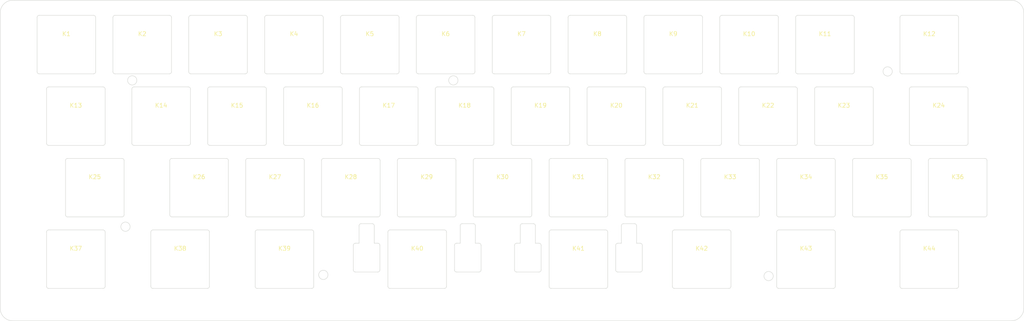
<source format=kicad_pcb>
(kicad_pcb (version 20211014) (generator pcbnew)
  (layers (0 "F.Cu" signal) (31 "B.Cu" signal) (34 "B.Paste" user) (35 "F.Paste" user) (36 "B.SilkS" user "B.Silkscreen") (37 "F.SilkS" user "F.Silkscreen") (38 "B.Mask" user) (39 "F.Mask" user) (44 "Edge.Cuts" user))
  (net 0 "")
  (footprint "Kailh_Choc_Cutout:Kailh Choc Standard Cutout" (layer "F.Cu") (at 115.695 60.55)
    (fp_text reference "K1" (at 0 -2.55 unlocked) (layer "F.SilkS"))
    (fp_text value "KEYSW" hide)
    (fp_line (start 6.95 6.45) (end 6.95 -6.45) (layer "Edge.Cuts") (width 0.1))
    (fp_line (start -6.95 -6.45) (end -6.95 6.45) (layer "Edge.Cuts") (width 0.1))
    (fp_line (start -6.45 6.95) (end 6.45 6.95) (layer "Edge.Cuts") (width 0.1))
    (fp_line (start 6.45 -6.95) (end -6.45 -6.95) (layer "Edge.Cuts") (width 0.1))
    (fp_arc (start -6.95 -6.45) (mid -6.803553 -6.803553) (end -6.45 -6.95) (layer "Edge.Cuts") (width 0.1))
    (fp_arc (start 6.95 6.45) (mid 6.803553 6.803553) (end 6.45 6.95) (layer "Edge.Cuts") (width 0.1))
    (fp_arc (start -6.45 6.95) (mid -6.803553 6.803553) (end -6.95 6.45) (layer "Edge.Cuts") (width 0.1))
    (fp_arc (start 6.45 -6.95) (mid 6.803553 -6.803553) (end 6.95 -6.45) (layer "Edge.Cuts") (width 0.1))
  )
  (footprint "Kailh_Choc_Cutout:Kailh Choc Standard Cutout" (layer "F.Cu") (at 291.195 94.55)
    (fp_text reference "K34" (at 0 -2.55 unlocked) (layer "F.SilkS"))
    (fp_text value "KEYSW" hide)
    (fp_line (start 6.45 -6.95) (end -6.45 -6.95) (layer "Edge.Cuts") (width 0.1))
    (fp_line (start 6.95 6.45) (end 6.95 -6.45) (layer "Edge.Cuts") (width 0.1))
    (fp_line (start -6.45 6.95) (end 6.45 6.95) (layer "Edge.Cuts") (width 0.1))
    (fp_line (start -6.95 -6.45) (end -6.95 6.45) (layer "Edge.Cuts") (width 0.1))
    (fp_arc (start 6.95 6.45) (mid 6.803553 6.803553) (end 6.45 6.95) (layer "Edge.Cuts") (width 0.1))
    (fp_arc (start -6.95 -6.45) (mid -6.803553 -6.803553) (end -6.45 -6.95) (layer "Edge.Cuts") (width 0.1))
    (fp_arc (start -6.45 6.95) (mid -6.803553 6.803553) (end -6.95 6.45) (layer "Edge.Cuts") (width 0.1))
    (fp_arc (start 6.45 -6.95) (mid 6.803553 -6.803553) (end 6.95 -6.45) (layer "Edge.Cuts") (width 0.1))
  )
  (footprint "Kailh_Choc_Cutout:Kailh Choc Standard Cutout" (layer "F.Cu") (at 165.195 94.55)
    (fp_text reference "K27" (at 0 -2.55 unlocked) (layer "F.SilkS"))
    (fp_text value "KEYSW" hide)
    (fp_line (start 6.95 6.45) (end 6.95 -6.45) (layer "Edge.Cuts") (width 0.1))
    (fp_line (start 6.45 -6.95) (end -6.45 -6.95) (layer "Edge.Cuts") (width 0.1))
    (fp_line (start -6.45 6.95) (end 6.45 6.95) (layer "Edge.Cuts") (width 0.1))
    (fp_line (start -6.95 -6.45) (end -6.95 6.45) (layer "Edge.Cuts") (width 0.1))
    (fp_arc (start -6.45 6.95) (mid -6.803553 6.803553) (end -6.95 6.45) (layer "Edge.Cuts") (width 0.1))
    (fp_arc (start 6.45 -6.95) (mid 6.803553 -6.803553) (end 6.95 -6.45) (layer "Edge.Cuts") (width 0.1))
    (fp_arc (start 6.95 6.45) (mid 6.803553 6.803553) (end 6.45 6.95) (layer "Edge.Cuts") (width 0.1))
    (fp_arc (start -6.95 -6.45) (mid -6.803553 -6.803553) (end -6.45 -6.95) (layer "Edge.Cuts") (width 0.1))
  )
  (footprint "Kailh_Choc_Cutout:Kailh Choc Standard Cutout" (layer "F.Cu") (at 246.195 77.55)
    (fp_text reference "K20" (at 0 -2.55 unlocked) (layer "F.SilkS"))
    (fp_text value "KEYSW" hide)
    (fp_line (start -6.45 6.95) (end 6.45 6.95) (layer "Edge.Cuts") (width 0.1))
    (fp_line (start -6.95 -6.45) (end -6.95 6.45) (layer "Edge.Cuts") (width 0.1))
    (fp_line (start 6.95 6.45) (end 6.95 -6.45) (layer "Edge.Cuts") (width 0.1))
    (fp_line (start 6.45 -6.95) (end -6.45 -6.95) (layer "Edge.Cuts") (width 0.1))
    (fp_arc (start -6.95 -6.45) (mid -6.803553 -6.803553) (end -6.45 -6.95) (layer "Edge.Cuts") (width 0.1))
    (fp_arc (start -6.45 6.95) (mid -6.803553 6.803553) (end -6.95 6.45) (layer "Edge.Cuts") (width 0.1))
    (fp_arc (start 6.45 -6.95) (mid 6.803553 -6.803553) (end 6.95 -6.45) (layer "Edge.Cuts") (width 0.1))
    (fp_arc (start 6.95 6.45) (mid 6.803553 6.803553) (end 6.45 6.95) (layer "Edge.Cuts") (width 0.1))
  )
  (footprint "Kailh_Choc_Cutout:Kailh Choc Standard Cutout" (layer "F.Cu") (at 187.695 60.55)
    (fp_text reference "K5" (at 0 -2.55 unlocked) (layer "F.SilkS"))
    (fp_text value "KEYSW" hide)
    (fp_line (start -6.95 -6.45) (end -6.95 6.45) (layer "Edge.Cuts") (width 0.1))
    (fp_line (start -6.45 6.95) (end 6.45 6.95) (layer "Edge.Cuts") (width 0.1))
    (fp_line (start 6.95 6.45) (end 6.95 -6.45) (layer "Edge.Cuts") (width 0.1))
    (fp_line (start 6.45 -6.95) (end -6.45 -6.95) (layer "Edge.Cuts") (width 0.1))
    (fp_arc (start -6.45 6.95) (mid -6.803553 6.803553) (end -6.95 6.45) (layer "Edge.Cuts") (width 0.1))
    (fp_arc (start 6.45 -6.95) (mid 6.803553 -6.803553) (end 6.95 -6.45) (layer "Edge.Cuts") (width 0.1))
    (fp_arc (start 6.95 6.45) (mid 6.803553 6.803553) (end 6.45 6.95) (layer "Edge.Cuts") (width 0.1))
    (fp_arc (start -6.95 -6.45) (mid -6.803553 -6.803553) (end -6.45 -6.95) (layer "Edge.Cuts") (width 0.1))
  )
  (footprint "Kailh_Choc_Cutout:Kailh Choc Standard Cutout" (layer "F.Cu") (at 117.945 111.55)
    (fp_text reference "K37" (at 0 -2.55 unlocked) (layer "F.SilkS"))
    (fp_text value "KEYSW" hide)
    (fp_line (start 6.45 -6.95) (end -6.45 -6.95) (layer "Edge.Cuts") (width 0.1))
    (fp_line (start 6.95 6.45) (end 6.95 -6.45) (layer "Edge.Cuts") (width 0.1))
    (fp_line (start -6.45 6.95) (end 6.45 6.95) (layer "Edge.Cuts") (width 0.1))
    (fp_line (start -6.95 -6.45) (end -6.95 6.45) (layer "Edge.Cuts") (width 0.1))
    (fp_arc (start -6.95 -6.45) (mid -6.803553 -6.803553) (end -6.45 -6.95) (layer "Edge.Cuts") (width 0.1))
    (fp_arc (start 6.45 -6.95) (mid 6.803553 -6.803553) (end 6.95 -6.45) (layer "Edge.Cuts") (width 0.1))
    (fp_arc (start 6.95 6.45) (mid 6.803553 6.803553) (end 6.45 6.95) (layer "Edge.Cuts") (width 0.1))
    (fp_arc (start -6.45 6.95) (mid -6.803553 6.803553) (end -6.95 6.45) (layer "Edge.Cuts") (width 0.1))
  )
  (footprint "Kailh_Choc_Cutout:Kailh Choc Standard Cutout" (layer "F.Cu") (at 228.195 77.55)
    (fp_text reference "K19" (at 0 -2.55 unlocked) (layer "F.SilkS"))
    (fp_text value "KEYSW" hide)
    (fp_line (start 6.95 6.45) (end 6.95 -6.45) (layer "Edge.Cuts") (width 0.1))
    (fp_line (start -6.95 -6.45) (end -6.95 6.45) (layer "Edge.Cuts") (width 0.1))
    (fp_line (start 6.45 -6.95) (end -6.45 -6.95) (layer "Edge.Cuts") (width 0.1))
    (fp_line (start -6.45 6.95) (end 6.45 6.95) (layer "Edge.Cuts") (width 0.1))
    (fp_arc (start -6.45 6.95) (mid -6.803553 6.803553) (end -6.95 6.45) (layer "Edge.Cuts") (width 0.1))
    (fp_arc (start 6.45 -6.95) (mid 6.803553 -6.803553) (end 6.95 -6.45) (layer "Edge.Cuts") (width 0.1))
    (fp_arc (start 6.95 6.45) (mid 6.803553 6.803553) (end 6.45 6.95) (layer "Edge.Cuts") (width 0.1))
    (fp_arc (start -6.95 -6.45) (mid -6.803553 -6.803553) (end -6.45 -6.95) (layer "Edge.Cuts") (width 0.1))
  )
  (footprint "Kailh_Choc_Cutout:Kailh Choc Standard Cutout" (layer "F.Cu") (at 169.695 60.55)
    (fp_text reference "K4" (at 0 -2.55 unlocked) (layer "F.SilkS"))
    (fp_text value "KEYSW" hide)
    (fp_line (start -6.95 -6.45) (end -6.95 6.45) (layer "Edge.Cuts") (width 0.1))
    (fp_line (start 6.95 6.45) (end 6.95 -6.45) (layer "Edge.Cuts") (width 0.1))
    (fp_line (start -6.45 6.95) (end 6.45 6.95) (layer "Edge.Cuts") (width 0.1))
    (fp_line (start 6.45 -6.95) (end -6.45 -6.95) (layer "Edge.Cuts") (width 0.1))
    (fp_arc (start -6.45 6.95) (mid -6.803553 6.803553) (end -6.95 6.45) (layer "Edge.Cuts") (width 0.1))
    (fp_arc (start -6.95 -6.45) (mid -6.803553 -6.803553) (end -6.45 -6.95) (layer "Edge.Cuts") (width 0.1))
    (fp_arc (start 6.95 6.45) (mid 6.803553 6.803553) (end 6.45 6.95) (layer "Edge.Cuts") (width 0.1))
    (fp_arc (start 6.45 -6.95) (mid 6.803553 -6.803553) (end 6.95 -6.45) (layer "Edge.Cuts") (width 0.1))
  )
  (footprint "Kailh_Choc_Cutout:Kailh Choc Standard Cutout" (layer "F.Cu") (at 282.195 77.55)
    (fp_text reference "K22" (at 0 -2.55 unlocked) (layer "F.SilkS"))
    (fp_text value "KEYSW" hide)
    (fp_line (start -6.95 -6.45) (end -6.95 6.45) (layer "Edge.Cuts") (width 0.1))
    (fp_line (start -6.45 6.95) (end 6.45 6.95) (layer "Edge.Cuts") (width 0.1))
    (fp_line (start 6.95 6.45) (end 6.95 -6.45) (layer "Edge.Cuts") (width 0.1))
    (fp_line (start 6.45 -6.95) (end -6.45 -6.95) (layer "Edge.Cuts") (width 0.1))
    (fp_arc (start -6.45 6.95) (mid -6.803553 6.803553) (end -6.95 6.45) (layer "Edge.Cuts") (width 0.1))
    (fp_arc (start 6.45 -6.95) (mid 6.803553 -6.803553) (end 6.95 -6.45) (layer "Edge.Cuts") (width 0.1))
    (fp_arc (start -6.95 -6.45) (mid -6.803553 -6.803553) (end -6.45 -6.95) (layer "Edge.Cuts") (width 0.1))
    (fp_arc (start 6.95 6.45) (mid 6.803553 6.803553) (end 6.45 6.95) (layer "Edge.Cuts") (width 0.1))
  )
  (footprint "Kailh_Choc_Cutout:Kailh Choc Standard Cutout" (layer "F.Cu") (at 295.695 60.55)
    (fp_text reference "K11" (at 0 -2.55 unlocked) (layer "F.SilkS"))
    (fp_text value "KEYSW" hide)
    (fp_line (start -6.45 6.95) (end 6.45 6.95) (layer "Edge.Cuts") (width 0.1))
    (fp_line (start 6.45 -6.95) (end -6.45 -6.95) (layer "Edge.Cuts") (width 0.1))
    (fp_line (start 6.95 6.45) (end 6.95 -6.45) (layer "Edge.Cuts") (width 0.1))
    (fp_line (start -6.95 -6.45) (end -6.95 6.45) (layer "Edge.Cuts") (width 0.1))
    (fp_arc (start -6.45 6.95) (mid -6.803553 6.803553) (end -6.95 6.45) (layer "Edge.Cuts") (width 0.1))
    (fp_arc (start 6.45 -6.95) (mid 6.803553 -6.803553) (end 6.95 -6.45) (layer "Edge.Cuts") (width 0.1))
    (fp_arc (start 6.95 6.45) (mid 6.803553 6.803553) (end 6.45 6.95) (layer "Edge.Cuts") (width 0.1))
    (fp_arc (start -6.95 -6.45) (mid -6.803553 -6.803553) (end -6.45 -6.95) (layer "Edge.Cuts") (width 0.1))
  )
  (footprint "Kailh_Choc_Cutout:Kailh Choc Standard Cutout" (layer "F.Cu") (at 183.195 94.55)
    (fp_text reference "K28" (at 0 -2.55 unlocked) (layer "F.SilkS"))
    (fp_text value "KEYSW" hide)
    (fp_line (start 6.95 6.45) (end 6.95 -6.45) (layer "Edge.Cuts") (width 0.1))
    (fp_line (start -6.95 -6.45) (end -6.95 6.45) (layer "Edge.Cuts") (width 0.1))
    (fp_line (start 6.45 -6.95) (end -6.45 -6.95) (layer "Edge.Cuts") (width 0.1))
    (fp_line (start -6.45 6.95) (end 6.45 6.95) (layer "Edge.Cuts") (width 0.1))
    (fp_arc (start 6.95 6.45) (mid 6.803553 6.803553) (end 6.45 6.95) (layer "Edge.Cuts") (width 0.1))
    (fp_arc (start -6.45 6.95) (mid -6.803553 6.803553) (end -6.95 6.45) (layer "Edge.Cuts") (width 0.1))
    (fp_arc (start 6.45 -6.95) (mid 6.803553 -6.803553) (end 6.95 -6.45) (layer "Edge.Cuts") (width 0.1))
    (fp_arc (start -6.95 -6.45) (mid -6.803553 -6.803553) (end -6.45 -6.95) (layer "Edge.Cuts") (width 0.1))
  )
  (footprint "Kailh_Choc_Cutout:Kailh Choc Standard Cutout" (layer "F.Cu") (at 156.195 77.55)
    (fp_text reference "K15" (at 0 -2.55 unlocked) (layer "F.SilkS"))
    (fp_text value "KEYSW" hide)
    (fp_line (start -6.95 -6.45) (end -6.95 6.45) (layer "Edge.Cuts") (width 0.1))
    (fp_line (start 6.95 6.45) (end 6.95 -6.45) (layer "Edge.Cuts") (width 0.1))
    (fp_line (start -6.45 6.95) (end 6.45 6.95) (layer "Edge.Cuts") (width 0.1))
    (fp_line (start 6.45 -6.95) (end -6.45 -6.95) (layer "Edge.Cuts") (width 0.1))
    (fp_arc (start -6.95 -6.45) (mid -6.803553 -6.803553) (end -6.45 -6.95) (layer "Edge.Cuts") (width 0.1))
    (fp_arc (start -6.45 6.95) (mid -6.803553 6.803553) (end -6.95 6.45) (layer "Edge.Cuts") (width 0.1))
    (fp_arc (start 6.45 -6.95) (mid 6.803553 -6.803553) (end 6.95 -6.45) (layer "Edge.Cuts") (width 0.1))
    (fp_arc (start 6.95 6.45) (mid 6.803553 6.803553) (end 6.45 6.95) (layer "Edge.Cuts") (width 0.1))
  )
  (footprint "Kailh_Choc_Cutout:Kailh Choc Standard Cutout" (layer "F.Cu") (at 320.445 111.55)
    (fp_text reference "K44" (at 0 -2.55 unlocked) (layer "F.SilkS"))
    (fp_text value "KEYSW" hide)
    (fp_line (start -6.45 6.95) (end 6.45 6.95) (layer "Edge.Cuts") (width 0.1))
    (fp_line (start -6.95 -6.45) (end -6.95 6.45) (layer "Edge.Cuts") (width 0.1))
    (fp_line (start 6.95 6.45) (end 6.95 -6.45) (layer "Edge.Cuts") (width 0.1))
    (fp_line (start 6.45 -6.95) (end -6.45 -6.95) (layer "Edge.Cuts") (width 0.1))
    (fp_arc (start -6.95 -6.45) (mid -6.803553 -6.803553) (end -6.45 -6.95) (layer "Edge.Cuts") (width 0.1))
    (fp_arc (start 6.45 -6.95) (mid 6.803553 -6.803553) (end 6.95 -6.45) (layer "Edge.Cuts") (width 0.1))
    (fp_arc (start -6.45 6.95) (mid -6.803553 6.803553) (end -6.95 6.45) (layer "Edge.Cuts") (width 0.1))
    (fp_arc (start 6.95 6.45) (mid 6.803553 6.803553) (end 6.45 6.95) (layer "Edge.Cuts") (width 0.1))
  )
  (footprint "Kailh_Choc_Cutout:Kailh Choc Standard Cutout" (layer "F.Cu") (at 255.195 94.55)
    (fp_text reference "K32" (at 0 -2.55 unlocked) (layer "F.SilkS"))
    (fp_text value "KEYSW" hide)
    (fp_line (start 6.95 6.45) (end 6.95 -6.45) (layer "Edge.Cuts") (width 0.1))
    (fp_line (start 6.45 -6.95) (end -6.45 -6.95) (layer "Edge.Cuts") (width 0.1))
    (fp_line (start -6.95 -6.45) (end -6.95 6.45) (layer "Edge.Cuts") (width 0.1))
    (fp_line (start -6.45 6.95) (end 6.45 6.95) (layer "Edge.Cuts") (width 0.1))
    (fp_arc (start 6.45 -6.95) (mid 6.803553 -6.803553) (end 6.95 -6.45) (layer "Edge.Cuts") (width 0.1))
    (fp_arc (start -6.95 -6.45) (mid -6.803553 -6.803553) (end -6.45 -6.95) (layer "Edge.Cuts") (width 0.1))
    (fp_arc (start -6.45 6.95) (mid -6.803553 6.803553) (end -6.95 6.45) (layer "Edge.Cuts") (width 0.1))
    (fp_arc (start 6.95 6.45) (mid 6.803553 6.803553) (end 6.45 6.95) (layer "Edge.Cuts") (width 0.1))
  )
  (footprint "Kailh_Choc_Cutout:Kailh Choc Standard Cutout" (layer "F.Cu") (at 133.695 60.55)
    (fp_text reference "K2" (at 0 -2.55 unlocked) (layer "F.SilkS"))
    (fp_text value "KEYSW" hide)
    (fp_line (start -6.95 -6.45) (end -6.95 6.45) (layer "Edge.Cuts") (width 0.1))
    (fp_line (start 6.45 -6.95) (end -6.45 -6.95) (layer "Edge.Cuts") (width 0.1))
    (fp_line (start 6.95 6.45) (end 6.95 -6.45) (layer "Edge.Cuts") (width 0.1))
    (fp_line (start -6.45 6.95) (end 6.45 6.95) (layer "Edge.Cuts") (width 0.1))
    (fp_arc (start -6.95 -6.45) (mid -6.803553 -6.803553) (end -6.45 -6.95) (layer "Edge.Cuts") (width 0.1))
    (fp_arc (start 6.95 6.45) (mid 6.803553 6.803553) (end 6.45 6.95) (layer "Edge.Cuts") (width 0.1))
    (fp_arc (start 6.45 -6.95) (mid 6.803553 -6.803553) (end 6.95 -6.45) (layer "Edge.Cuts") (width 0.1))
    (fp_arc (start -6.45 6.95) (mid -6.803553 6.803553) (end -6.95 6.45) (layer "Edge.Cuts") (width 0.1))
  )
  (footprint "Kailh_Choc_Cutout:Kailh Choc Standard Cutout" (layer "F.Cu") (at 142.695 111.55)
    (fp_text reference "K38" (at 0 -2.55 unlocked) (layer "F.SilkS"))
    (fp_text value "KEYSW" hide)
    (fp_line (start -6.95 -6.45) (end -6.95 6.45) (layer "Edge.Cuts") (width 0.1))
    (fp_line (start -6.45 6.95) (end 6.45 6.95) (layer "Edge.Cuts") (width 0.1))
    (fp_line (start 6.45 -6.95) (end -6.45 -6.95) (layer "Edge.Cuts") (width 0.1))
    (fp_line (start 6.95 6.45) (end 6.95 -6.45) (layer "Edge.Cuts") (width 0.1))
    (fp_arc (start -6.45 6.95) (mid -6.803553 6.803553) (end -6.95 6.45) (layer "Edge.Cuts") (width 0.1))
    (fp_arc (start 6.45 -6.95) (mid 6.803553 -6.803553) (end 6.95 -6.45) (layer "Edge.Cuts") (width 0.1))
    (fp_arc (start 6.95 6.45) (mid 6.803553 6.803553) (end 6.45 6.95) (layer "Edge.Cuts") (width 0.1))
    (fp_arc (start -6.95 -6.45) (mid -6.803553 -6.803553) (end -6.45 -6.95) (layer "Edge.Cuts") (width 0.1))
  )
  (footprint "Kailh_Choc_Cutout:Kailh Choc Standard Cutout" (layer "F.Cu") (at 259.695 60.55)
    (fp_text reference "K9" (at 0 -2.55 unlocked) (layer "F.SilkS"))
    (fp_text value "KEYSW" hide)
    (fp_line (start -6.45 6.95) (end 6.45 6.95) (layer "Edge.Cuts") (width 0.1))
    (fp_line (start 6.45 -6.95) (end -6.45 -6.95) (layer "Edge.Cuts") (width 0.1))
    (fp_line (start 6.95 6.45) (end 6.95 -6.45) (layer "Edge.Cuts") (width 0.1))
    (fp_line (start -6.95 -6.45) (end -6.95 6.45) (layer "Edge.Cuts") (width 0.1))
    (fp_arc (start 6.45 -6.95) (mid 6.803553 -6.803553) (end 6.95 -6.45) (layer "Edge.Cuts") (width 0.1))
    (fp_arc (start -6.45 6.95) (mid -6.803553 6.803553) (end -6.95 6.45) (layer "Edge.Cuts") (width 0.1))
    (fp_arc (start 6.95 6.45) (mid 6.803553 6.803553) (end 6.45 6.95) (layer "Edge.Cuts") (width 0.1))
    (fp_arc (start -6.95 -6.45) (mid -6.803553 -6.803553) (end -6.45 -6.95) (layer "Edge.Cuts") (width 0.1))
  )
  (footprint "Kailh_Choc_Cutout:Kailh Choc Standard Cutout" (layer "F.Cu") (at 223.695 60.55)
    (fp_text reference "K7" (at 0 -2.55 unlocked) (layer "F.SilkS"))
    (fp_text value "KEYSW" hide)
    (fp_line (start 6.95 6.45) (end 6.95 -6.45) (layer "Edge.Cuts") (width 0.1))
    (fp_line (start -6.95 -6.45) (end -6.95 6.45) (layer "Edge.Cuts") (width 0.1))
    (fp_line (start -6.45 6.95) (end 6.45 6.95) (layer "Edge.Cuts") (width 0.1))
    (fp_line (start 6.45 -6.95) (end -6.45 -6.95) (layer "Edge.Cuts") (width 0.1))
    (fp_arc (start -6.45 6.95) (mid -6.803553 6.803553) (end -6.95 6.45) (layer "Edge.Cuts") (width 0.1))
    (fp_arc (start 6.95 6.45) (mid 6.803553 6.803553) (end 6.45 6.95) (layer "Edge.Cuts") (width 0.1))
    (fp_arc (start 6.45 -6.95) (mid 6.803553 -6.803553) (end 6.95 -6.45) (layer "Edge.Cuts") (width 0.1))
    (fp_arc (start -6.95 -6.45) (mid -6.803553 -6.803553) (end -6.45 -6.95) (layer "Edge.Cuts") (width 0.1))
  )
  (footprint "Kailh_Choc_Cutout:Kailh Choc Standard Cutout" (layer "F.Cu") (at 147.195 94.55)
    (fp_text reference "K26" (at 0 -2.55 unlocked) (layer "F.SilkS"))
    (fp_text value "KEYSW" hide)
    (fp_line (start 6.45 -6.95) (end -6.45 -6.95) (layer "Edge.Cuts") (width 0.1))
    (fp_line (start 6.95 6.45) (end 6.95 -6.45) (layer "Edge.Cuts") (width 0.1))
    (fp_line (start -6.45 6.95) (end 6.45 6.95) (layer "Edge.Cuts") (width 0.1))
    (fp_line (start -6.95 -6.45) (end -6.95 6.45) (layer "Edge.Cuts") (width 0.1))
    (fp_arc (start -6.95 -6.45) (mid -6.803553 -6.803553) (end -6.45 -6.95) (layer "Edge.Cuts") (width 0.1))
    (fp_arc (start 6.45 -6.95) (mid 6.803553 -6.803553) (end 6.95 -6.45) (layer "Edge.Cuts") (width 0.1))
    (fp_arc (start -6.45 6.95) (mid -6.803553 6.803553) (end -6.95 6.45) (layer "Edge.Cuts") (width 0.1))
    (fp_arc (start 6.95 6.45) (mid 6.803553 6.803553) (end 6.45 6.95) (layer "Edge.Cuts") (width 0.1))
  )
  (footprint "Kailh_Choc_Cutout:Kailh Choc Standard Cutout" (layer "F.Cu") (at 266.445 111.55)
    (fp_text reference "K42" (at 0 -2.55 unlocked) (layer "F.SilkS"))
    (fp_text value "KEYSW" hide)
    (fp_line (start -6.45 6.95) (end 6.45 6.95) (layer "Edge.Cuts") (width 0.1))
    (fp_line (start -6.95 -6.45) (end -6.95 6.45) (layer "Edge.Cuts") (width 0.1))
    (fp_line (start 6.45 -6.95) (end -6.45 -6.95) (layer "Edge.Cuts") (width 0.1))
    (fp_line (start 6.95 6.45) (end 6.95 -6.45) (layer "Edge.Cuts") (width 0.1))
    (fp_arc (start 6.95 6.45) (mid 6.803553 6.803553) (end 6.45 6.95) (layer "Edge.Cuts") (width 0.1))
    (fp_arc (start -6.95 -6.45) (mid -6.803553 -6.803553) (end -6.45 -6.95) (layer "Edge.Cuts") (width 0.1))
    (fp_arc (start -6.45 6.95) (mid -6.803553 6.803553) (end -6.95 6.45) (layer "Edge.Cuts") (width 0.1))
    (fp_arc (start 6.45 -6.95) (mid 6.803553 -6.803553) (end 6.95 -6.45) (layer "Edge.Cuts") (width 0.1))
  )
  (footprint "Kailh_Choc_Cutout:Kailh Choc 2U Stabilizer Cutout" (layer "F.Cu") (at 237.195 111.55)
    (fp_text reference "K41" (at 0 -2.55 unlocked) (layer "F.SilkS"))
    (fp_text value "KEYSW" hide)
    (fp_line (start -13.8 -7.95) (end -13.8 -3.8) (layer "Edge.Cuts") (width 0.1))
    (fp_line (start 13.3 -8.45) (end 10.7 -8.45) (layer "Edge.Cuts") (width 0.1))
    (fp_line (start 9.35 3.05) (end 14.65 3.05) (layer "Edge.Cuts") (width 0.1))
    (fp_line (start -10.7 -8.45) (end -13.3 -8.45) (layer "Edge.Cuts") (width 0.1))
    (fp_line (start -14.65 3.05) (end -9.35 3.05) (layer "Edge.Cuts") (width 0.1))
    (fp_line (start -6.95 -6.45) (end -6.95 6.45) (layer "Edge.Cuts") (width 0.1))
    (fp_line (start -6.45 6.95) (end 6.45 6.95) (layer "Edge.Cuts") (width 0.1))
    (fp_line (start 14.65 -3.8) (end 13.8 -3.8) (layer "Edge.Cuts") (width 0.1))
    (fp_line (start -9.35 -3.8) (end -10.2 -3.8) (layer "Edge.Cuts") (width 0.1))
    (fp_line (start -8.85 2.55) (end -8.85 -3.3) (layer "Edge.Cuts") (width 0.1))
    (fp_line (start -15.15 -3.3) (end -15.15 2.55) (layer "Edge.Cuts") (width 0.1))
    (fp_line (start 10.2 -3.8) (end 9.35 -3.8) (layer "Edge.Cuts") (width 0.1))
    (fp_line (start -13.8 -3.8) (end -14.65 -3.8) (layer "Edge.Cuts") (width 0.1))
    (fp_line (start -10.2 -3.8) (end -10.2 -7.95) (layer "Edge.Cuts") (width 0.1))
    (fp_line (start 8.85 -3.3) (end 8.85 2.55) (layer "Edge.Cuts") (width 0.1))
    (fp_line (start 15.15 2.55) (end 15.15 -3.3) (layer "Edge.Cuts") (width 0.1))
    (fp_line (start 10.2 -7.95) (end 10.2 -3.8) (layer "Edge.Cuts") (width 0.1))
    (fp_line (start 6.95 6.45) (end 6.95 -6.45) (layer "Edge.Cuts") (width 0.1))
    (fp_line (start 6.45 -6.95) (end -6.45 -6.95) (layer "Edge.Cuts") (width 0.1))
    (fp_line (start 13.8 -3.8) (end 13.8 -7.95) (layer "Edge.Cuts") (width 0.1))
    (fp_arc (start 8.85 -3.3) (mid 8.996447 -3.653553) (end 9.35 -3.8) (layer "Edge.Cuts") (width 0.1))
    (fp_arc (start -10.7 -8.45) (mid -10.346447 -8.303553) (end -10.2 -7.95) (layer "Edge.Cuts") (width 0.1))
    (fp_arc (start 13.3 -8.45) (mid 13.653553 -8.303553) (end 13.8 -7.95) (layer "Edge.Cuts") (width 0.1))
    (fp_arc (start -15.15 -3.3) (mid -15.003553 -3.653553) (end -14.65 -3.8) (layer "Edge.Cuts") (width 0.1))
    (fp_arc (start -9.35 -3.8) (mid -8.996447 -3.653553) (end -8.85 -3.3) (layer "Edge.Cuts") (width 0.1))
    (fp_arc (start 6.95 6.45) (mid 6.803553 6.803553) (end 6.45 6.95) (layer "Edge.Cuts") (width 0.1))
    (fp_arc (start 14.65 -3.8) (mid 15.003553 -3.653553) (end 15.15 -3.3) (layer "Edge.Cuts") (width 0.1))
    (fp_arc (start -6.95 -6.45) (mid -6.803553 -6.803553) (end -6.45 -6.95) (layer "Edge.Cuts") (width 0.1))
    (fp_arc (start -13.8 -7.95) (mid -13.653553 -8.303553) (end -13.3 -8.45) (layer "Edge.Cuts") (width 0.1))
    (fp_arc (start 10.2 -7.95) (mid 10.346447 -8.303553) (end 10.7 -8.45) (layer "Edge.Cuts") (width 0.1))
    (fp_arc (start 15.15 2.55) (mid 15.003553 2.903553) (end 14.65 3.05) (layer "Edge.Cuts") (width 0.1))
    (fp_arc (start -6.45 6.95) (mid -6.803553 6.803553) (end -6.95 6.45) (layer "Edge.Cuts") (width 0.1))
    (fp_arc (start 6.45 -6.95) (mid 6.803553 -6.803553) (end 6.95 -6.45) (layer "Edge.Cuts") (width 0.1))
    (fp_arc (start 9.35 3.05) (mid 8.996447 2.903553) (end 8.85 2.55) (layer "Edge.Cuts") (width 0.1))
    (fp_arc (start -8.85 2.55) (mid -8.996447 2.903553) (end -9.35 3.05) (layer "Edge.Cuts") (width 0.1))
    (fp_arc (start -14.65 3.05) (mid -15.003553 2.903553) (end -15.15 2.55) (layer "Edge.Cuts") (width 0.1))
  )
  (footprint "Kailh_Choc_Cutout:Kailh Choc Standard Cutout" (layer "F.Cu") (at 322.695 77.55)
    (fp_text reference "K24" (at 0 -2.55 unlocked) (layer "F.SilkS"))
    (fp_text value "KEYSW" hide)
    (fp_line (start -6.95 -6.45) (end -6.95 6.45) (layer "Edge.Cuts") (width 0.1))
    (fp_line (start -6.45 6.95) (end 6.45 6.95) (layer "Edge.Cuts") (width 0.1))
    (fp_line (start 6.45 -6.95) (end -6.45 -6.95) (layer "Edge.Cuts") (width 0.1))
    (fp_line (start 6.95 6.45) (end 6.95 -6.45) (layer "Edge.Cuts") (width 0.1))
    (fp_arc (start -6.95 -6.45) (mid -6.803553 -6.803553) (end -6.45 -6.95) (layer "Edge.Cuts") (width 0.1))
    (fp_arc (start 6.45 -6.95) (mid 6.803553 -6.803553) (end 6.95 -6.45) (layer "Edge.Cuts") (width 0.1))
    (fp_arc (start -6.45 6.95) (mid -6.803553 6.803553) (end -6.95 6.45) (layer "Edge.Cuts") (width 0.1))
    (fp_arc (start 6.95 6.45) (mid 6.803553 6.803553) (end 6.45 6.95) (layer "Edge.Cuts") (width 0.1))
  )
  (footprint "Kailh_Choc_Cutout:Kailh Choc Standard Cutout" (layer "F.Cu") (at 277.695 60.55)
    (fp_text reference "K10" (at 0 -2.55 unlocked) (layer "F.SilkS"))
    (fp_text value "KEYSW" hide)
    (fp_line (start 6.45 -6.95) (end -6.45 -6.95) (layer "Edge.Cuts") (width 0.1))
    (fp_line (start -6.95 -6.45) (end -6.95 6.45) (layer "Edge.Cuts") (width 0.1))
    (fp_line (start -6.45 6.95) (end 6.45 6.95) (layer "Edge.Cuts") (width 0.1))
    (fp_line (start 6.95 6.45) (end 6.95 -6.45) (layer "Edge.Cuts") (width 0.1))
    (fp_arc (start 6.45 -6.95) (mid 6.803553 -6.803553) (end 6.95 -6.45) (layer "Edge.Cuts") (width 0.1))
    (fp_arc (start -6.95 -6.45) (mid -6.803553 -6.803553) (end -6.45 -6.95) (layer "Edge.Cuts") (width 0.1))
    (fp_arc (start -6.45 6.95) (mid -6.803553 6.803553) (end -6.95 6.45) (layer "Edge.Cuts") (width 0.1))
    (fp_arc (start 6.95 6.45) (mid 6.803553 6.803553) (end 6.45 6.95) (layer "Edge.Cuts") (width 0.1))
  )
  (footprint "Kailh_Choc_Cutout:Kailh Choc Standard Cutout" (layer "F.Cu") (at 219.195 94.55)
    (fp_text reference "K30" (at 0 -2.55 unlocked) (layer "F.SilkS"))
    (fp_text value "KEYSW" hide)
    (fp_line (start -6.45 6.95) (end 6.45 6.95) (layer "Edge.Cuts") (width 0.1))
    (fp_line (start 6.45 -6.95) (end -6.45 -6.95) (layer "Edge.Cuts") (width 0.1))
    (fp_line (start -6.95 -6.45) (end -6.95 6.45) (layer "Edge.Cuts") (width 0.1))
    (fp_line (start 6.95 6.45) (end 6.95 -6.45) (layer "Edge.Cuts") (width 0.1))
    (fp_arc (start 6.45 -6.95) (mid 6.803553 -6.803553) (end 6.95 -6.45) (layer "Edge.Cuts") (width 0.1))
    (fp_arc (start -6.95 -6.45) (mid -6.803553 -6.803553) (end -6.45 -6.95) (layer "Edge.Cuts") (width 0.1))
    (fp_arc (start 6.95 6.45) (mid 6.803553 6.803553) (end 6.45 6.95) (layer "Edge.Cuts") (width 0.1))
    (fp_arc (start -6.45 6.95) (mid -6.803553 6.803553) (end -6.95 6.45) (layer "Edge.Cuts") (width 0.1))
  )
  (footprint "Kailh_Choc_Cutout:Kailh Choc Standard Cutout" (layer "F.Cu") (at 201.195 94.55)
    (fp_text reference "K29" (at 0 -2.55 unlocked) (layer "F.SilkS"))
    (fp_text value "KEYSW" hide)
    (fp_line (start 6.45 -6.95) (end -6.45 -6.95) (layer "Edge.Cuts") (width 0.1))
    (fp_line (start -6.45 6.95) (end 6.45 6.95) (layer "Edge.Cuts") (width 0.1))
    (fp_line (start 6.95 6.45) (end 6.95 -6.45) (layer "Edge.Cuts") (width 0.1))
    (fp_line (start -6.95 -6.45) (end -6.95 6.45) (layer "Edge.Cuts") (width 0.1))
    (fp_arc (start 6.45 -6.95) (mid 6.803553 -6.803553) (end 6.95 -6.45) (layer "Edge.Cuts") (width 0.1))
    (fp_arc (start -6.95 -6.45) (mid -6.803553 -6.803553) (end -6.45 -6.95) (layer "Edge.Cuts") (width 0.1))
    (fp_arc (start 6.95 6.45) (mid 6.803553 6.803553) (end 6.45 6.95) (layer "Edge.Cuts") (width 0.1))
    (fp_arc (start -6.45 6.95) (mid -6.803553 6.803553) (end -6.95 6.45) (layer "Edge.Cuts") (width 0.1))
  )
  (footprint "Kailh_Choc_Cutout:Kailh Choc Standard Cutout" (layer "F.Cu") (at 210.195 77.55)
    (fp_text reference "K18" (at 0 -2.55 unlocked) (layer "F.SilkS"))
    (fp_text value "KEYSW" hide)
    (fp_line (start -6.45 6.95) (end 6.45 6.95) (layer "Edge.Cuts") (width 0.1))
    (fp_line (start 6.45 -6.95) (end -6.45 -6.95) (layer "Edge.Cuts") (width 0.1))
    (fp_line (start 6.95 6.45) (end 6.95 -6.45) (layer "Edge.Cuts") (width 0.1))
    (fp_line (start -6.95 -6.45) (end -6.95 6.45) (layer "Edge.Cuts") (width 0.1))
    (fp_arc (start -6.95 -6.45) (mid -6.803553 -6.803553) (end -6.45 -6.95) (layer "Edge.Cuts") (width 0.1))
    (fp_arc (start 6.95 6.45) (mid 6.803553 6.803553) (end 6.45 6.95) (layer "Edge.Cuts") (width 0.1))
    (fp_arc (start 6.45 -6.95) (mid 6.803553 -6.803553) (end 6.95 -6.45) (layer "Edge.Cuts") (width 0.1))
    (fp_arc (start -6.45 6.95) (mid -6.803553 6.803553) (end -6.95 6.45) (layer "Edge.Cuts") (width 0.1))
  )
  (footprint "Kailh_Choc_Cutout:Kailh Choc Standard Cutout" (layer "F.Cu") (at 192.195 77.55)
    (fp_text reference "K17" (at 0 -2.55 unlocked) (layer "F.SilkS"))
    (fp_text value "KEYSW" hide)
    (fp_line (start 6.95 6.45) (end 6.95 -6.45) (layer "Edge.Cuts") (width 0.1))
    (fp_line (start 6.45 -6.95) (end -6.45 -6.95) (layer "Edge.Cuts") (width 0.1))
    (fp_line (start -6.45 6.95) (end 6.45 6.95) (layer "Edge.Cuts") (width 0.1))
    (fp_line (start -6.95 -6.45) (end -6.95 6.45) (layer "Edge.Cuts") (width 0.1))
    (fp_arc (start 6.45 -6.95) (mid 6.803553 -6.803553) (end 6.95 -6.45) (layer "Edge.Cuts") (width 0.1))
    (fp_arc (start -6.45 6.95) (mid -6.803553 6.803553) (end -6.95 6.45) (layer "Edge.Cuts") (width 0.1))
    (fp_arc (start 6.95 6.45) (mid 6.803553 6.803553) (end 6.45 6.95) (layer "Edge.Cuts") (width 0.1))
    (fp_arc (start -6.95 -6.45) (mid -6.803553 -6.803553) (end -6.45 -6.95) (layer "Edge.Cuts") (width 0.1))
  )
  (footprint "Kailh_Choc_Cutout:Kailh Choc Standard Cutout" (layer "F.Cu") (at 117.945 77.55)
    (fp_text reference "K13" (at 0 -2.55 unlocked) (layer "F.SilkS"))
    (fp_text value "KEYSW" hide)
    (fp_line (start 6.45 -6.95) (end -6.45 -6.95) (layer "Edge.Cuts") (width 0.1))
    (fp_line (start -6.45 6.95) (end 6.45 6.95) (layer "Edge.Cuts") (width 0.1))
    (fp_line (start -6.95 -6.45) (end -6.95 6.45) (layer "Edge.Cuts") (width 0.1))
    (fp_line (start 6.95 6.45) (end 6.95 -6.45) (layer "Edge.Cuts") (width 0.1))
    (fp_arc (start 6.95 6.45) (mid 6.803553 6.803553) (end 6.45 6.95) (layer "Edge.Cuts") (width 0.1))
    (fp_arc (start -6.45 6.95) (mid -6.803553 6.803553) (end -6.95 6.45) (layer "Edge.Cuts") (width 0.1))
    (fp_arc (start 6.45 -6.95) (mid 6.803553 -6.803553) (end 6.95 -6.45) (layer "Edge.Cuts") (width 0.1))
    (fp_arc (start -6.95 -6.45) (mid -6.803553 -6.803553) (end -6.45 -6.95) (layer "Edge.Cuts") (width 0.1))
  )
  (footprint "Kailh_Choc_Cutout:Kailh Choc Standard Cutout" (layer "F.Cu") (at 205.695 60.55)
    (fp_text reference "K6" (at 0 -2.55 unlocked) (layer "F.SilkS"))
    (fp_text value "KEYSW" hide)
    (fp_line (start -6.95 -6.45) (end -6.95 6.45) (layer "Edge.Cuts") (width 0.1))
    (fp_line (start 6.95 6.45) (end 6.95 -6.45) (layer "Edge.Cuts") (width 0.1))
    (fp_line (start 6.45 -6.95) (end -6.45 -6.95) (layer "Edge.Cuts") (width 0.1))
    (fp_line (start -6.45 6.95) (end 6.45 6.95) (layer "Edge.Cuts") (width 0.1))
    (fp_arc (start 6.45 -6.95) (mid 6.803553 -6.803553) (end 6.95 -6.45) (layer "Edge.Cuts") (width 0.1))
    (fp_arc (start 6.95 6.45) (mid 6.803553 6.803553) (end 6.45 6.95) (layer "Edge.Cuts") (width 0.1))
    (fp_arc (start -6.45 6.95) (mid -6.803553 6.803553) (end -6.95 6.45) (layer "Edge.Cuts") (width 0.1))
    (fp_arc (start -6.95 -6.45) (mid -6.803553 -6.803553) (end -6.45 -6.95) (layer "Edge.Cuts") (width 0.1))
  )
  (footprint "Kailh_Choc_Cutout:Kailh Choc Standard Cutout" (layer "F.Cu") (at 273.195 94.55)
    (fp_text reference "K33" (at 0 -2.55 unlocked) (layer "F.SilkS"))
    (fp_text value "KEYSW" hide)
    (fp_line (start -6.95 -6.45) (end -6.95 6.45) (layer "Edge.Cuts") (width 0.1))
    (fp_line (start 6.45 -6.95) (end -6.45 -6.95) (layer "Edge.Cuts") (width 0.1))
    (fp_line (start 6.95 6.45) (end 6.95 -6.45) (layer "Edge.Cuts") (width 0.1))
    (fp_line (start -6.45 6.95) (end 6.45 6.95) (layer "Edge.Cuts") (width 0.1))
    (fp_arc (start 6.45 -6.95) (mid 6.803553 -6.803553) (end 6.95 -6.45) (layer "Edge.Cuts") (width 0.1))
    (fp_arc (start -6.95 -6.45) (mid -6.803553 -6.803553) (end -6.45 -6.95) (layer "Edge.Cuts") (width 0.1))
    (fp_arc (start -6.45 6.95) (mid -6.803553 6.803553) (end -6.95 6.45) (layer "Edge.Cuts") (width 0.1))
    (fp_arc (start 6.95 6.45) (mid 6.803553 6.803553) (end 6.45 6.95) (layer "Edge.Cuts") (width 0.1))
  )
  (footprint "Kailh_Choc_Cutout:Kailh Choc Standard Cutout" (layer "F.Cu") (at 264.195 77.55)
    (fp_text reference "K21" (at 0 -2.55 unlocked) (layer "F.SilkS"))
    (fp_text value "KEYSW" hide)
    (fp_line (start 6.95 6.45) (end 6.95 -6.45) (layer "Edge.Cuts") (width 0.1))
    (fp_line (start -6.45 6.95) (end 6.45 6.95) (layer "Edge.Cuts") (width 0.1))
    (fp_line (start -6.95 -6.45) (end -6.95 6.45) (layer "Edge.Cuts") (width 0.1))
    (fp_line (start 6.45 -6.95) (end -6.45 -6.95) (layer "Edge.Cuts") (width 0.1))
    (fp_arc (start 6.95 6.45) (mid 6.803553 6.803553) (end 6.45 6.95) (layer "Edge.Cuts") (width 0.1))
    (fp_arc (start -6.45 6.95) (mid -6.803553 6.803553) (end -6.95 6.45) (layer "Edge.Cuts") (width 0.1))
    (fp_arc (start -6.95 -6.45) (mid -6.803553 -6.803553) (end -6.45 -6.95) (layer "Edge.Cuts") (width 0.1))
    (fp_arc (start 6.45 -6.95) (mid 6.803553 -6.803553) (end 6.95 -6.45) (layer "Edge.Cuts") (width 0.1))
  )
  (footprint "Kailh_Choc_Cutout:Kailh Choc Standard Cutout" (layer "F.Cu") (at 138.195 77.55)
    (fp_text reference "K14" (at 0 -2.55 unlocked) (layer "F.SilkS"))
    (fp_text value "KEYSW" hide)
    (fp_line (start 6.95 6.45) (end 6.95 -6.45) (layer "Edge.Cuts") (width 0.1))
    (fp_line (start -6.45 6.95) (end 6.45 6.95) (layer "Edge.Cuts") (width 0.1))
    (fp_line (start -6.95 -6.45) (end -6.95 6.45) (layer "Edge.Cuts") (width 0.1))
    (fp_line (start 6.45 -6.95) (end -6.45 -6.95) (layer "Edge.Cuts") (width 0.1))
    (fp_arc (start 6.45 -6.95) (mid 6.803553 -6.803553) (end 6.95 -6.45) (layer "Edge.Cuts") (width 0.1))
    (fp_arc (start -6.95 -6.45) (mid -6.803553 -6.803553) (end -6.45 -6.95) (layer "Edge.Cuts") (width 0.1))
    (fp_arc (start -6.45 6.95) (mid -6.803553 6.803553) (end -6.95 6.45) (layer "Edge.Cuts") (width 0.1))
    (fp_arc (start 6.95 6.45) (mid 6.803553 6.803553) (end 6.45 6.95) (layer "Edge.Cuts") (width 0.1))
  )
  (footprint "Kailh_Choc_Cutout:Kailh Choc Standard Cutout" (layer "F.Cu") (at 174.195 77.55)
    (fp_text reference "K16" (at 0 -2.55 unlocked) (layer "F.SilkS"))
    (fp_text value "KEYSW" hide)
    (fp_line (start -6.45 6.95) (end 6.45 6.95) (layer "Edge.Cuts") (width 0.1))
    (fp_line (start 6.45 -6.95) (end -6.45 -6.95) (layer "Edge.Cuts") (width 0.1))
    (fp_line (start -6.95 -6.45) (end -6.95 6.45) (layer "Edge.Cuts") (width 0.1))
    (fp_line (start 6.95 6.45) (end 6.95 -6.45) (layer "Edge.Cuts") (width 0.1))
    (fp_arc (start -6.45 6.95) (mid -6.803553 6.803553) (end -6.95 6.45) (layer "Edge.Cuts") (width 0.1))
    (fp_arc (start 6.45 -6.95) (mid 6.803553 -6.803553) (end 6.95 -6.45) (layer "Edge.Cuts") (width 0.1))
    (fp_arc (start -6.95 -6.45) (mid -6.803553 -6.803553) (end -6.45 -6.95) (layer "Edge.Cuts") (width 0.1))
    (fp_arc (start 6.95 6.45) (mid 6.803553 6.803553) (end 6.45 6.95) (layer "Edge.Cuts") (width 0.1))
  )
  (footprint "Kailh_Choc_Cutout:Kailh Choc Standard Cutout" (layer "F.Cu") (at 237.195 94.55)
    (fp_text reference "K31" (at 0 -2.55 unlocked) (layer "F.SilkS"))
    (fp_text value "KEYSW" hide)
    (fp_line (start 6.45 -6.95) (end -6.45 -6.95) (layer "Edge.Cuts") (width 0.1))
    (fp_line (start 6.95 6.45) (end 6.95 -6.45) (layer "Edge.Cuts") (width 0.1))
    (fp_line (start -6.95 -6.45) (end -6.95 6.45) (layer "Edge.Cuts") (width 0.1))
    (fp_line (start -6.45 6.95) (end 6.45 6.95) (layer "Edge.Cuts") (width 0.1))
    (fp_arc (start 6.95 6.45) (mid 6.803553 6.803553) (end 6.45 6.95) (layer "Edge.Cuts") (width 0.1))
    (fp_arc (start -6.95 -6.45) (mid -6.803553 -6.803553) (end -6.45 -6.95) (layer "Edge.Cuts") (width 0.1))
    (fp_arc (start -6.45 6.95) (mid -6.803553 6.803553) (end -6.95 6.45) (layer "Edge.Cuts") (width 0.1))
    (fp_arc (start 6.45 -6.95) (mid 6.803553 -6.803553) (end 6.95 -6.45) (layer "Edge.Cuts") (width 0.1))
  )
  (footprint "Kailh_Choc_Cutout:Kailh Choc Standard Cutout" (layer "F.Cu") (at 151.695 60.55)
    (fp_text reference "K3" (at 0 -2.55 unlocked) (layer "F.SilkS"))
    (fp_text value "KEYSW" hide)
    (fp_line (start 6.45 -6.95) (end -6.45 -6.95) (layer "Edge.Cuts") (width 0.1))
    (fp_line (start 6.95 6.45) (end 6.95 -6.45) (layer "Edge.Cuts") (width 0.1))
    (fp_line (start -6.95 -6.45) (end -6.95 6.45) (layer "Edge.Cuts") (width 0.1))
    (fp_line (start -6.45 6.95) (end 6.45 6.95) (layer "Edge.Cuts") (width 0.1))
    (fp_arc (start 6.45 -6.95) (mid 6.803553 -6.803553) (end 6.95 -6.45) (layer "Edge.Cuts") (width 0.1))
    (fp_arc (start -6.95 -6.45) (mid -6.803553 -6.803553) (end -6.45 -6.95) (layer "Edge.Cuts") (width 0.1))
    (fp_arc (start 6.95 6.45) (mid 6.803553 6.803553) (end 6.45 6.95) (layer "Edge.Cuts") (width 0.1))
    (fp_arc (start -6.45 6.95) (mid -6.803553 6.803553) (end -6.95 6.45) (layer "Edge.Cuts") (width 0.1))
  )
  (footprint "Kailh_Choc_Cutout:Kailh Choc Standard Cutout" (layer "F.Cu") (at 300.195 77.55)
    (fp_text reference "K23" (at 0 -2.55 unlocked) (layer "F.SilkS"))
    (fp_text value "KEYSW" hide)
    (fp_line (start -6.45 6.95) (end 6.45 6.95) (layer "Edge.Cuts") (width 0.1))
    (fp_line (start 6.45 -6.95) (end -6.45 -6.95) (layer "Edge.Cuts") (width 0.1))
    (fp_line (start 6.95 6.45) (end 6.95 -6.45) (layer "Edge.Cuts") (width 0.1))
    (fp_line (start -6.95 -6.45) (end -6.95 6.45) (layer "Edge.Cuts") (width 0.1))
    (fp_arc (start 6.95 6.45) (mid 6.803553 6.803553) (end 6.45 6.95) (layer "Edge.Cuts") (width 0.1))
    (fp_arc (start 6.45 -6.95) (mid 6.803553 -6.803553) (end 6.95 -6.45) (layer "Edge.Cuts") (width 0.1))
    (fp_arc (start -6.95 -6.45) (mid -6.803553 -6.803553) (end -6.45 -6.95) (layer "Edge.Cuts") (width 0.1))
    (fp_arc (start -6.45 6.95) (mid -6.803553 6.803553) (end -6.95 6.45) (layer "Edge.Cuts") (width 0.1))
  )
  (footprint "Kailh_Choc_Cutout:Kailh Choc Standard Cutout" (layer "F.Cu") (at 122.445 94.55)
    (fp_text reference "K25" (at 0 -2.55 unlocked) (layer "F.SilkS"))
    (fp_text value "KEYSW" hide)
    (fp_line (start -6.95 -6.45) (end -6.95 6.45) (layer "Edge.Cuts") (width 0.1))
    (fp_line (start 6.95 6.45) (end 6.95 -6.45) (layer "Edge.Cuts") (width 0.1))
    (fp_line (start -6.45 6.95) (end 6.45 6.95) (layer "Edge.Cuts") (width 0.1))
    (fp_line (start 6.45 -6.95) (end -6.45 -6.95) (layer "Edge.Cuts") (width 0.1))
    (fp_arc (start 6.95 6.45) (mid 6.803553 6.803553) (end 6.45 6.95) (layer "Edge.Cuts") (width 0.1))
    (fp_arc (start -6.95 -6.45) (mid -6.803553 -6.803553) (end -6.45 -6.95) (layer "Edge.Cuts") (width 0.1))
    (fp_arc (start -6.45 6.95) (mid -6.803553 6.803553) (end -6.95 6.45) (layer "Edge.Cuts") (width 0.1))
    (fp_arc (start 6.45 -6.95) (mid 6.803553 -6.803553) (end 6.95 -6.45) (layer "Edge.Cuts") (width 0.1))
  )
  (footprint "Kailh_Choc_Cutout:Kailh Choc Standard Cutout" (layer "F.Cu") (at 309.195 94.55)
    (fp_text reference "K35" (at 0 -2.55 unlocked) (layer "F.SilkS"))
    (fp_text value "KEYSW" hide)
    (fp_line (start -6.95 -6.45) (end -6.95 6.45) (layer "Edge.Cuts") (width 0.1))
    (fp_line (start 6.95 6.45) (end 6.95 -6.45) (layer "Edge.Cuts") (width 0.1))
    (fp_line (start -6.45 6.95) (end 6.45 6.95) (layer "Edge.Cuts") (width 0.1))
    (fp_line (start 6.45 -6.95) (end -6.45 -6.95) (layer "Edge.Cuts") (width 0.1))
    (fp_arc (start -6.95 -6.45) (mid -6.803553 -6.803553) (end -6.45 -6.95) (layer "Edge.Cuts") (width 0.1))
    (fp_arc (start 6.95 6.45) (mid 6.803553 6.803553) (end 6.45 6.95) (layer "Edge.Cuts") (width 0.1))
    (fp_arc (start 6.45 -6.95) (mid 6.803553 -6.803553) (end 6.95 -6.45) (layer "Edge.Cuts") (width 0.1))
    (fp_arc (start -6.45 6.95) (mid -6.803553 6.803553) (end -6.95 6.45) (layer "Edge.Cuts") (width 0.1))
  )
  (footprint "Kailh_Choc_Cutout:Kailh Choc 2U Stabilizer Cutout" (layer "F.Cu") (at 198.945 111.55)
    (fp_text reference "K40" (at 0 -2.55 unlocked) (layer "F.SilkS"))
    (fp_text value "KEYSW" hide)
    (fp_line (start 9.35 3.05) (end 14.65 3.05) (layer "Edge.Cuts") (width 0.1))
    (fp_line (start -8.85 2.55) (end -8.85 -3.3) (layer "Edge.Cuts") (width 0.1))
    (fp_line (start -15.15 -3.3) (end -15.15 2.55) (layer "Edge.Cuts") (width 0.1))
    (fp_line (start -13.8 -7.95) (end -13.8 -3.8) (layer "Edge.Cuts") (width 0.1))
    (fp_line (start -13.8 -3.8) (end -14.65 -3.8) (layer "Edge.Cuts") (width 0.1))
    (fp_line (start -9.35 -3.8) (end -10.2 -3.8) (layer "Edge.Cuts") (width 0.1))
    (fp_line (start 13.8 -3.8) (end 13.8 -7.95) (layer "Edge.Cuts") (width 0.1))
    (fp_line (start -10.2 -3.8) (end -10.2 -7.95) (layer "Edge.Cuts") (width 0.1))
    (fp_line (start 10.2 -7.95) (end 10.2 -3.8) (layer "Edge.Cuts") (width 0.1))
    (fp_line (start 6.95 6.45) (end 6.95 -6.45) (layer "Edge.Cuts") (width 0.1))
    (fp_line (start 8.85 -3.3) (end 8.85 2.55) (layer "Edge.Cuts") (width 0.1))
    (fp_line (start -6.95 -6.45) (end -6.95 6.45) (layer "Edge.Cuts") (width 0.1))
    (fp_line (start -10.7 -8.45) (end -13.3 -8.45) (layer "Edge.Cuts") (width 0.1))
    (fp_line (start 10.2 -3.8) (end 9.35 -3.8) (layer "Edge.Cuts") (width 0.1))
    (fp_line (start -14.65 3.05) (end -9.35 3.05) (layer "Edge.Cuts") (width 0.1))
    (fp_line (start 13.3 -8.45) (end 10.7 -8.45) (layer "Edge.Cuts") (width 0.1))
    (fp_line (start 6.45 -6.95) (end -6.45 -6.95) (layer "Edge.Cuts") (width 0.1))
    (fp_line (start 14.65 -3.8) (end 13.8 -3.8) (layer "Edge.Cuts") (width 0.1))
    (fp_line (start -6.45 6.95) (end 6.45 6.95) (layer "Edge.Cuts") (width 0.1))
    (fp_line (start 15.15 2.55) (end 15.15 -3.3) (layer "Edge.Cuts") (width 0.1))
    (fp_arc (start 13.3 -8.45) (mid 13.653553 -8.303553) (end 13.8 -7.95) (layer "Edge.Cuts") (width 0.1))
    (fp_arc (start -13.8 -7.95) (mid -13.653553 -8.303553) (end -13.3 -8.45) (layer "Edge.Cuts") (width 0.1))
    (fp_arc (start -6.95 -6.45) (mid -6.803553 -6.803553) (end -6.45 -6.95) (layer "Edge.Cuts") (width 0.1))
    (fp_arc (start -8.85 2.55) (mid -8.996447 2.903553) (end -9.35 3.05) (layer "Edge.Cuts") (width 0.1))
    (fp_arc (start -10.7 -8.45) (mid -10.346447 -8.303553) (end -10.2 -7.95) (layer "Edge.Cuts") (width 0.1))
    (fp_arc (start -14.65 3.05) (mid -15.003553 2.903553) (end -15.15 2.55) (layer "Edge.Cuts") (width 0.1))
    (fp_arc (start -15.15 -3.3) (mid -15.003553 -3.653553) (end -14.65 -3.8) (layer "Edge.Cuts") (width 0.1))
    (fp_arc (start 8.85 -3.3) (mid 8.996447 -3.653553) (end 9.35 -3.8) (layer "Edge.Cuts") (width 0.1))
    (fp_arc (start -6.45 6.95) (mid -6.803553 6.803553) (end -6.95 6.45) (layer "Edge.Cuts") (width 0.1))
    (fp_arc (start 14.65 -3.8) (mid 15.003553 -3.653553) (end 15.15 -3.3) (layer "Edge.Cuts") (width 0.1))
    (fp_arc (start 6.45 -6.95) (mid 6.803553 -6.803553) (end 6.95 -6.45) (layer "Edge.Cuts") (width 0.1))
    (fp_arc (start 9.35 3.05) (mid 8.996447 2.903553) (end 8.85 2.55) (layer "Edge.Cuts") (width 0.1))
    (fp_arc (start 10.2 -7.95) (mid 10.346447 -8.303553) (end 10.7 -8.45) (layer "Edge.Cuts") (width 0.1))
    (fp_arc (start -9.35 -3.8) (mid -8.996447 -3.653553) (end -8.85 -3.3) (layer "Edge.Cuts") (width 0.1))
    (fp_arc (start 6.95 6.45) (mid 6.803553 6.803553) (end 6.45 6.95) (layer "Edge.Cuts") (width 0.1))
    (fp_arc (start 15.15 2.55) (mid 15.003553 2.903553) (end 14.65 3.05) (layer "Edge.Cuts") (width 0.1))
  )
  (footprint "Kailh_Choc_Cutout:Kailh Choc Standard Cutout" (layer "F.Cu") (at 291.195 111.55)
    (fp_text reference "K43" (at 0 -2.55 unlocked) (layer "F.SilkS"))
    (fp_text value "KEYSW" hide)
    (fp_line (start -6.95 -6.45) (end -6.95 6.45) (layer "Edge.Cuts") (width 0.1))
    (fp_line (start -6.45 6.95) (end 6.45 6.95) (layer "Edge.Cuts") (width 0.1))
    (fp_line (start 6.45 -6.95) (end -6.45 -6.95) (layer "Edge.Cuts") (width 0.1))
    (fp_line (start 6.95 6.45) (end 6.95 -6.45) (layer "Edge.Cuts") (width 0.1))
    (fp_arc (start -6.95 -6.45) (mid -6.803553 -6.803553) (end -6.45 -6.95) (layer "Edge.Cuts") (width 0.1))
    (fp_arc (start 6.95 6.45) (mid 6.803553 6.803553) (end 6.45 6.95) (layer "Edge.Cuts") (width 0.1))
    (fp_arc (start -6.45 6.95) (mid -6.803553 6.803553) (end -6.95 6.45) (layer "Edge.Cuts") (width 0.1))
    (fp_arc (start 6.45 -6.95) (mid 6.803553 -6.803553) (end 6.95 -6.45) (layer "Edge.Cuts") (width 0.1))
  )
  (footprint "Kailh_Choc_Cutout:Kailh Choc Standard Cutout" (layer "F.Cu") (at 327.195 94.55)
    (fp_text reference "K36" (at 0 -2.55 unlocked) (layer "F.SilkS"))
    (fp_text value "KEYSW" hide)
    (fp_line (start -6.95 -6.45) (end -6.95 6.45) (layer "Edge.Cuts") (width 0.1))
    (fp_line (start 6.95 6.45) (end 6.95 -6.45) (layer "Edge.Cuts") (width 0.1))
    (fp_line (start 6.45 -6.95) (end -6.45 -6.95) (layer "Edge.Cuts") (width 0.1))
    (fp_line (start -6.45 6.95) (end 6.45 6.95) (layer "Edge.Cuts") (width 0.1))
    (fp_arc (start 6.45 -6.95) (mid 6.803553 -6.803553) (end 6.95 -6.45) (layer "Edge.Cuts") (width 0.1))
    (fp_arc (start -6.95 -6.45) (mid -6.803553 -6.803553) (end -6.45 -6.95) (layer "Edge.Cuts") (width 0.1))
    (fp_arc (start 6.95 6.45) (mid 6.803553 6.803553) (end 6.45 6.95) (layer "Edge.Cuts") (width 0.1))
    (fp_arc (start -6.45 6.95) (mid -6.803553 6.803553) (end -6.95 6.45) (layer "Edge.Cuts") (width 0.1))
  )
  (footprint "Kailh_Choc_Cutout:Kailh Choc Standard Cutout" (layer "F.Cu") (at 241.695 60.55)
    (fp_text reference "K8" (at 0 -2.55 unlocked) (layer "F.SilkS"))
    (fp_text value "KEYSW" hide)
    (fp_line (start -6.45 6.95) (end 6.45 6.95) (layer "Edge.Cuts") (width 0.1))
    (fp_line (start 6.95 6.45) (end 6.95 -6.45) (layer "Edge.Cuts") (width 0.1))
    (fp_line (start -6.95 -6.45) (end -6.95 6.45) (layer "Edge.Cuts") (width 0.1))
    (fp_line (start 6.45 -6.95) (end -6.45 -6.95) (layer "Edge.Cuts") (width 0.1))
    (fp_arc (start 6.95 6.45) (mid 6.803553 6.803553) (end 6.45 6.95) (layer "Edge.Cuts") (width 0.1))
    (fp_arc (start -6.95 -6.45) (mid -6.803553 -6.803553) (end -6.45 -6.95) (layer "Edge.Cuts") (width 0.1))
    (fp_arc (start -6.45 6.95) (mid -6.803553 6.803553) (end -6.95 6.45) (layer "Edge.Cuts") (width 0.1))
    (fp_arc (start 6.45 -6.95) (mid 6.803553 -6.803553) (end 6.95 -6.45) (layer "Edge.Cuts") (width 0.1))
  )
  (footprint "Kailh_Choc_Cutout:Kailh Choc Standard Cutout" (layer "F.Cu") (at 320.445 60.55)
    (fp_text reference "K12" (at 0 -2.55 unlocked) (layer "F.SilkS"))
    (fp_text value "KEYSW" hide)
    (fp_line (start 6.95 6.45) (end 6.95 -6.45) (layer "Edge.Cuts") (width 0.1))
    (fp_line (start -6.95 -6.45) (end -6.95 6.45) (layer "Edge.Cuts") (width 0.1))
    (fp_line (start 6.45 -6.95) (end -6.45 -6.95) (layer "Edge.Cuts") (width 0.1))
    (fp_line (start -6.45 6.95) (end 6.45 6.95) (layer "Edge.Cuts") (width 0.1))
    (fp_arc (start -6.45 6.95) (mid -6.803553 6.803553) (end -6.95 6.45) (layer "Edge.Cuts") (width 0.1))
    (fp_arc (start 6.95 6.45) (mid 6.803553 6.803553) (end 6.45 6.95) (layer "Edge.Cuts") (width 0.1))
    (fp_arc (start -6.95 -6.45) (mid -6.803553 -6.803553) (end -6.45 -6.95) (layer "Edge.Cuts") (width 0.1))
    (fp_arc (start 6.45 -6.95) (mid 6.803553 -6.803553) (end 6.95 -6.45) (layer "Edge.Cuts") (width 0.1))
  )
  (footprint "Kailh_Choc_Cutout:Kailh Choc Standard Cutout" (layer "F.Cu") (at 167.445 111.55)
    (fp_text reference "K39" (at 0 -2.55 unlocked) (layer "F.SilkS"))
    (fp_text value "KEYSW" hide)
    (fp_line (start 6.45 -6.95) (end -6.45 -6.95) (layer "Edge.Cuts") (width 0.1))
    (fp_line (start -6.45 6.95) (end 6.45 6.95) (layer "Edge.Cuts") (width 0.1))
    (fp_line (start 6.95 6.45) (end 6.95 -6.45) (layer "Edge.Cuts") (width 0.1))
    (fp_line (start -6.95 -6.45) (end -6.95 6.45) (layer "Edge.Cuts") (width 0.1))
    (fp_arc (start 6.45 -6.95) (mid 6.803553 -6.803553) (end 6.95 -6.45) (layer "Edge.Cuts") (width 0.1))
    (fp_arc (start 6.95 6.45) (mid 6.803553 6.803553) (end 6.45 6.95) (layer "Edge.Cuts") (width 0.1))
    (fp_arc (start -6.45 6.95) (mid -6.803553 6.803553) (end -6.95 6.45) (layer "Edge.Cuts") (width 0.1))
    (fp_arc (start -6.95 -6.45) (mid -6.803553 -6.803553) (end -6.45 -6.95) (layer "Edge.Cuts") (width 0.1))
  )
  (gr_circle (center 282.325 115.559) (end 283.425 115.559) (layer "Edge.Cuts") (width 0.1) (fill none))
  (gr_line (start 100 123.2) (end 100 53) (layer "Edge.Cuts") (width 0.1))
  (gr_line (start 339.89 126.2) (end 103 126.2) (layer "Edge.Cuts") (width 0.1))
  (gr_arc (start 100 53) (mid 100.878679 50.878679) (end 103 50) (layer "Edge.Cuts") (width 0.1))
  (gr_circle (center 207.525 69.05) (end 208.625 69.05) (layer "Edge.Cuts") (width 0.1) (fill none))
  (gr_line (start 342.89 53) (end 342.89 123.2) (layer "Edge.Cuts") (width 0.1))
  (gr_circle (center 129.725 103.824) (end 130.825 103.824) (layer "Edge.Cuts") (width 0.1) (fill none))
  (gr_arc (start 103 126.2) (mid 100.878679 125.321321) (end 100 123.2) (layer "Edge.Cuts") (width 0.1))
  (gr_circle (center 310.575 66.924) (end 311.675 66.924) (layer "Edge.Cuts") (width 0.1) (fill none))
  (gr_circle (center 176.675 115.274) (end 177.775 115.274) (layer "Edge.Cuts") (width 0.1) (fill none))
  (gr_line (start 103 50) (end 339.89 50) (layer "Edge.Cuts") (width 0.1))
  (gr_arc (start 339.89 50) (mid 342.011321 50.878679) (end 342.89 53) (layer "Edge.Cuts") (width 0.1))
  (gr_arc (start 342.89 123.2) (mid 342.01132 125.32132) (end 339.89 126.2) (layer "Edge.Cuts") (width 0.1))
  (gr_circle (center 131.325 69.05) (end 132.425 69.05) (layer "Edge.Cuts") (width 0.1) (fill none))
)
</source>
